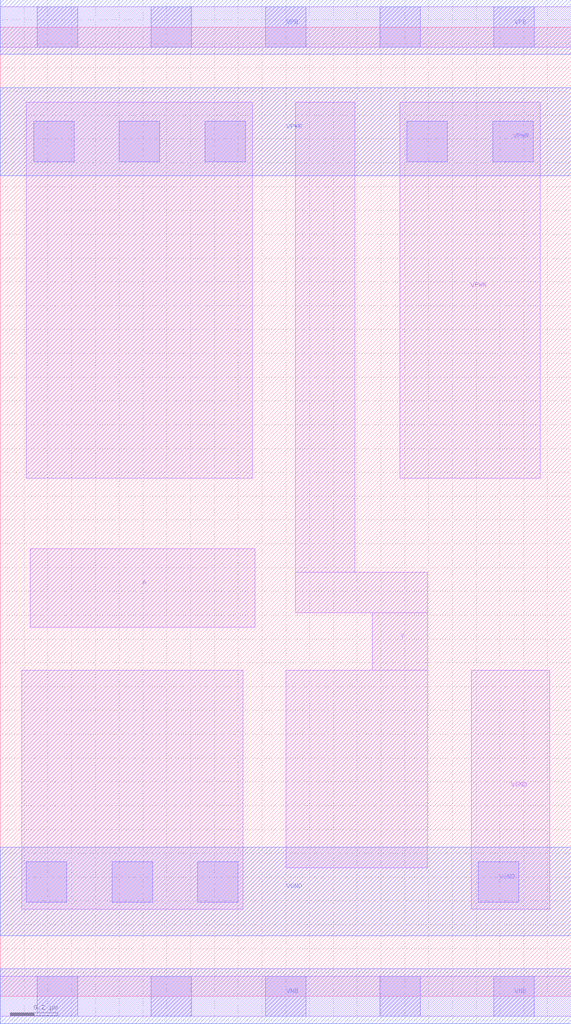
<source format=lef>
# Copyright 2020 The SkyWater PDK Authors
#
# Licensed under the Apache License, Version 2.0 (the "License");
# you may not use this file except in compliance with the License.
# You may obtain a copy of the License at
#
#     https://www.apache.org/licenses/LICENSE-2.0
#
# Unless required by applicable law or agreed to in writing, software
# distributed under the License is distributed on an "AS IS" BASIS,
# WITHOUT WARRANTIES OR CONDITIONS OF ANY KIND, either express or implied.
# See the License for the specific language governing permissions and
# limitations under the License.
#
# SPDX-License-Identifier: Apache-2.0

VERSION 5.7 ;
  NAMESCASESENSITIVE ON ;
  NOWIREEXTENSIONATPIN ON ;
  DIVIDERCHAR "/" ;
  BUSBITCHARS "[]" ;
UNITS
  DATABASE MICRONS 200 ;
END UNITS
MACRO sky130_fd_sc_hvl__inv_2
  CLASS CORE ;
  SOURCE USER ;
  FOREIGN sky130_fd_sc_hvl__inv_2 ;
  ORIGIN  0.000000  0.000000 ;
  SIZE  2.400000 BY  4.070000 ;
  SYMMETRY X Y ;
  SITE unithv ;
  PIN A
    ANTENNAGATEAREA  2.250000 ;
    DIRECTION INPUT ;
    USE SIGNAL ;
    PORT
      LAYER li1 ;
        RECT 0.125000 1.550000 1.070000 1.880000 ;
    END
  END A
  PIN Y
    ANTENNADIFFAREA  0.630000 ;
    DIRECTION OUTPUT ;
    USE SIGNAL ;
    PORT
      LAYER li1 ;
        RECT 1.200000 0.540000 1.795000 1.370000 ;
        RECT 1.240000 1.610000 1.795000 1.780000 ;
        RECT 1.240000 1.780000 1.490000 3.755000 ;
        RECT 1.565000 1.370000 1.795000 1.610000 ;
    END
  END Y
  PIN VGND
    DIRECTION INOUT ;
    USE GROUND ;
    PORT
      LAYER li1 ;
        RECT 0.090000 0.365000 1.020000 1.370000 ;
        RECT 1.980000 0.365000 2.310000 1.370000 ;
      LAYER mcon ;
        RECT 0.110000 0.395000 0.280000 0.565000 ;
        RECT 0.470000 0.395000 0.640000 0.565000 ;
        RECT 0.830000 0.395000 1.000000 0.565000 ;
        RECT 2.010000 0.395000 2.180000 0.565000 ;
      LAYER met1 ;
        RECT 0.000000 0.255000 2.400000 0.625000 ;
    END
  END VGND
  PIN VNB
    DIRECTION INOUT ;
    USE GROUND ;
    PORT
      LAYER li1 ;
        RECT 0.000000 -0.085000 2.400000 0.085000 ;
      LAYER mcon ;
        RECT 0.155000 -0.085000 0.325000 0.085000 ;
        RECT 0.635000 -0.085000 0.805000 0.085000 ;
        RECT 1.115000 -0.085000 1.285000 0.085000 ;
        RECT 1.595000 -0.085000 1.765000 0.085000 ;
        RECT 2.075000 -0.085000 2.245000 0.085000 ;
      LAYER met1 ;
        RECT 0.000000 -0.115000 2.400000 0.115000 ;
    END
  END VNB
  PIN VPB
    DIRECTION INOUT ;
    USE POWER ;
    PORT
      LAYER li1 ;
        RECT 0.000000 3.985000 2.400000 4.155000 ;
      LAYER mcon ;
        RECT 0.155000 3.985000 0.325000 4.155000 ;
        RECT 0.635000 3.985000 0.805000 4.155000 ;
        RECT 1.115000 3.985000 1.285000 4.155000 ;
        RECT 1.595000 3.985000 1.765000 4.155000 ;
        RECT 2.075000 3.985000 2.245000 4.155000 ;
      LAYER met1 ;
        RECT 0.000000 3.955000 2.400000 4.185000 ;
    END
  END VPB
  PIN VPWR
    DIRECTION INOUT ;
    USE POWER ;
    PORT
      LAYER li1 ;
        RECT 0.110000 2.175000 1.060000 3.755000 ;
        RECT 1.680000 2.175000 2.270000 3.755000 ;
      LAYER mcon ;
        RECT 0.140000 3.505000 0.310000 3.675000 ;
        RECT 0.500000 3.505000 0.670000 3.675000 ;
        RECT 0.860000 3.505000 1.030000 3.675000 ;
        RECT 1.710000 3.505000 1.880000 3.675000 ;
        RECT 2.070000 3.505000 2.240000 3.675000 ;
      LAYER met1 ;
        RECT 0.000000 3.445000 2.400000 3.815000 ;
    END
  END VPWR
END sky130_fd_sc_hvl__inv_2

</source>
